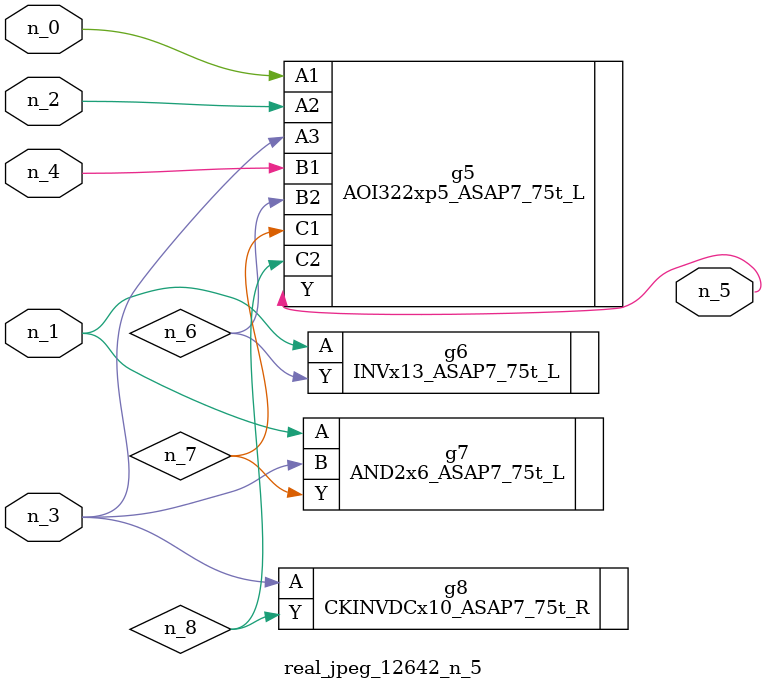
<source format=v>
module real_jpeg_12642_n_5 (n_4, n_0, n_1, n_2, n_3, n_5);

input n_4;
input n_0;
input n_1;
input n_2;
input n_3;

output n_5;

wire n_8;
wire n_6;
wire n_7;

AOI322xp5_ASAP7_75t_L g5 ( 
.A1(n_0),
.A2(n_2),
.A3(n_3),
.B1(n_4),
.B2(n_6),
.C1(n_7),
.C2(n_8),
.Y(n_5)
);

INVx13_ASAP7_75t_L g6 ( 
.A(n_1),
.Y(n_6)
);

AND2x6_ASAP7_75t_L g7 ( 
.A(n_1),
.B(n_3),
.Y(n_7)
);

CKINVDCx10_ASAP7_75t_R g8 ( 
.A(n_3),
.Y(n_8)
);


endmodule
</source>
